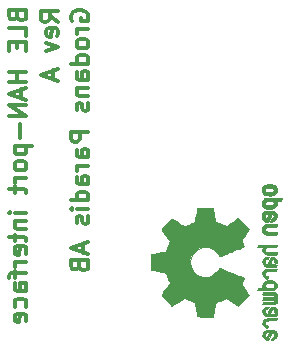
<source format=gbr>
%TF.GenerationSoftware,KiCad,Pcbnew,6.0.8-f2edbf62ab~116~ubuntu22.04.1*%
%TF.CreationDate,2022-10-18T22:53:01+02:00*%
%TF.ProjectId,ble-han-port-if,626c652d-6861-46e2-9d70-6f72742d6966,rev?*%
%TF.SameCoordinates,Original*%
%TF.FileFunction,Legend,Bot*%
%TF.FilePolarity,Positive*%
%FSLAX46Y46*%
G04 Gerber Fmt 4.6, Leading zero omitted, Abs format (unit mm)*
G04 Created by KiCad (PCBNEW 6.0.8-f2edbf62ab~116~ubuntu22.04.1) date 2022-10-18 22:53:01*
%MOMM*%
%LPD*%
G01*
G04 APERTURE LIST*
%ADD10C,0.300000*%
%ADD11C,0.010000*%
G04 APERTURE END LIST*
D10*
X121750000Y-86507142D02*
X121678571Y-86364285D01*
X121678571Y-86150000D01*
X121750000Y-85935714D01*
X121892857Y-85792857D01*
X122035714Y-85721428D01*
X122321428Y-85650000D01*
X122535714Y-85650000D01*
X122821428Y-85721428D01*
X122964285Y-85792857D01*
X123107142Y-85935714D01*
X123178571Y-86150000D01*
X123178571Y-86292857D01*
X123107142Y-86507142D01*
X123035714Y-86578571D01*
X122535714Y-86578571D01*
X122535714Y-86292857D01*
X123178571Y-87221428D02*
X122178571Y-87221428D01*
X122464285Y-87221428D02*
X122321428Y-87292857D01*
X122250000Y-87364285D01*
X122178571Y-87507142D01*
X122178571Y-87650000D01*
X123178571Y-88364285D02*
X123107142Y-88221428D01*
X123035714Y-88150000D01*
X122892857Y-88078571D01*
X122464285Y-88078571D01*
X122321428Y-88150000D01*
X122250000Y-88221428D01*
X122178571Y-88364285D01*
X122178571Y-88578571D01*
X122250000Y-88721428D01*
X122321428Y-88792857D01*
X122464285Y-88864285D01*
X122892857Y-88864285D01*
X123035714Y-88792857D01*
X123107142Y-88721428D01*
X123178571Y-88578571D01*
X123178571Y-88364285D01*
X123178571Y-90150000D02*
X121678571Y-90150000D01*
X123107142Y-90150000D02*
X123178571Y-90007142D01*
X123178571Y-89721428D01*
X123107142Y-89578571D01*
X123035714Y-89507142D01*
X122892857Y-89435714D01*
X122464285Y-89435714D01*
X122321428Y-89507142D01*
X122250000Y-89578571D01*
X122178571Y-89721428D01*
X122178571Y-90007142D01*
X122250000Y-90150000D01*
X123178571Y-91507142D02*
X122392857Y-91507142D01*
X122250000Y-91435714D01*
X122178571Y-91292857D01*
X122178571Y-91007142D01*
X122250000Y-90864285D01*
X123107142Y-91507142D02*
X123178571Y-91364285D01*
X123178571Y-91007142D01*
X123107142Y-90864285D01*
X122964285Y-90792857D01*
X122821428Y-90792857D01*
X122678571Y-90864285D01*
X122607142Y-91007142D01*
X122607142Y-91364285D01*
X122535714Y-91507142D01*
X122178571Y-92221428D02*
X123178571Y-92221428D01*
X122321428Y-92221428D02*
X122250000Y-92292857D01*
X122178571Y-92435714D01*
X122178571Y-92650000D01*
X122250000Y-92792857D01*
X122392857Y-92864285D01*
X123178571Y-92864285D01*
X123107142Y-93507142D02*
X123178571Y-93650000D01*
X123178571Y-93935714D01*
X123107142Y-94078571D01*
X122964285Y-94150000D01*
X122892857Y-94150000D01*
X122750000Y-94078571D01*
X122678571Y-93935714D01*
X122678571Y-93721428D01*
X122607142Y-93578571D01*
X122464285Y-93507142D01*
X122392857Y-93507142D01*
X122250000Y-93578571D01*
X122178571Y-93721428D01*
X122178571Y-93935714D01*
X122250000Y-94078571D01*
X123178571Y-95935714D02*
X121678571Y-95935714D01*
X121678571Y-96507142D01*
X121750000Y-96650000D01*
X121821428Y-96721428D01*
X121964285Y-96792857D01*
X122178571Y-96792857D01*
X122321428Y-96721428D01*
X122392857Y-96650000D01*
X122464285Y-96507142D01*
X122464285Y-95935714D01*
X123178571Y-98078571D02*
X122392857Y-98078571D01*
X122250000Y-98007142D01*
X122178571Y-97864285D01*
X122178571Y-97578571D01*
X122250000Y-97435714D01*
X123107142Y-98078571D02*
X123178571Y-97935714D01*
X123178571Y-97578571D01*
X123107142Y-97435714D01*
X122964285Y-97364285D01*
X122821428Y-97364285D01*
X122678571Y-97435714D01*
X122607142Y-97578571D01*
X122607142Y-97935714D01*
X122535714Y-98078571D01*
X123178571Y-98792857D02*
X122178571Y-98792857D01*
X122464285Y-98792857D02*
X122321428Y-98864285D01*
X122250000Y-98935714D01*
X122178571Y-99078571D01*
X122178571Y-99221428D01*
X123178571Y-100364285D02*
X122392857Y-100364285D01*
X122250000Y-100292857D01*
X122178571Y-100150000D01*
X122178571Y-99864285D01*
X122250000Y-99721428D01*
X123107142Y-100364285D02*
X123178571Y-100221428D01*
X123178571Y-99864285D01*
X123107142Y-99721428D01*
X122964285Y-99650000D01*
X122821428Y-99650000D01*
X122678571Y-99721428D01*
X122607142Y-99864285D01*
X122607142Y-100221428D01*
X122535714Y-100364285D01*
X123178571Y-101721428D02*
X121678571Y-101721428D01*
X123107142Y-101721428D02*
X123178571Y-101578571D01*
X123178571Y-101292857D01*
X123107142Y-101150000D01*
X123035714Y-101078571D01*
X122892857Y-101007142D01*
X122464285Y-101007142D01*
X122321428Y-101078571D01*
X122250000Y-101150000D01*
X122178571Y-101292857D01*
X122178571Y-101578571D01*
X122250000Y-101721428D01*
X123178571Y-102435714D02*
X122178571Y-102435714D01*
X121678571Y-102435714D02*
X121750000Y-102364285D01*
X121821428Y-102435714D01*
X121750000Y-102507142D01*
X121678571Y-102435714D01*
X121821428Y-102435714D01*
X123107142Y-103078571D02*
X123178571Y-103221428D01*
X123178571Y-103507142D01*
X123107142Y-103650000D01*
X122964285Y-103721428D01*
X122892857Y-103721428D01*
X122750000Y-103650000D01*
X122678571Y-103507142D01*
X122678571Y-103292857D01*
X122607142Y-103150000D01*
X122464285Y-103078571D01*
X122392857Y-103078571D01*
X122250000Y-103150000D01*
X122178571Y-103292857D01*
X122178571Y-103507142D01*
X122250000Y-103650000D01*
X122750000Y-105435714D02*
X122750000Y-106150000D01*
X123178571Y-105292857D02*
X121678571Y-105792857D01*
X123178571Y-106292857D01*
X122392857Y-107292857D02*
X122464285Y-107507142D01*
X122535714Y-107578571D01*
X122678571Y-107650000D01*
X122892857Y-107650000D01*
X123035714Y-107578571D01*
X123107142Y-107507142D01*
X123178571Y-107364285D01*
X123178571Y-106792857D01*
X121678571Y-106792857D01*
X121678571Y-107292857D01*
X121750000Y-107435714D01*
X121821428Y-107507142D01*
X121964285Y-107578571D01*
X122107142Y-107578571D01*
X122250000Y-107507142D01*
X122321428Y-107435714D01*
X122392857Y-107292857D01*
X122392857Y-106792857D01*
X120628571Y-86585714D02*
X119914285Y-86085714D01*
X120628571Y-85728571D02*
X119128571Y-85728571D01*
X119128571Y-86300000D01*
X119200000Y-86442857D01*
X119271428Y-86514285D01*
X119414285Y-86585714D01*
X119628571Y-86585714D01*
X119771428Y-86514285D01*
X119842857Y-86442857D01*
X119914285Y-86300000D01*
X119914285Y-85728571D01*
X120557142Y-87800000D02*
X120628571Y-87657142D01*
X120628571Y-87371428D01*
X120557142Y-87228571D01*
X120414285Y-87157142D01*
X119842857Y-87157142D01*
X119700000Y-87228571D01*
X119628571Y-87371428D01*
X119628571Y-87657142D01*
X119700000Y-87800000D01*
X119842857Y-87871428D01*
X119985714Y-87871428D01*
X120128571Y-87157142D01*
X119628571Y-88371428D02*
X120628571Y-88728571D01*
X119628571Y-89085714D01*
X120200000Y-90728571D02*
X120200000Y-91442857D01*
X120628571Y-90585714D02*
X119128571Y-91085714D01*
X120628571Y-91585714D01*
X117142857Y-86121428D02*
X117214285Y-86335714D01*
X117285714Y-86407142D01*
X117428571Y-86478571D01*
X117642857Y-86478571D01*
X117785714Y-86407142D01*
X117857142Y-86335714D01*
X117928571Y-86192857D01*
X117928571Y-85621428D01*
X116428571Y-85621428D01*
X116428571Y-86121428D01*
X116500000Y-86264285D01*
X116571428Y-86335714D01*
X116714285Y-86407142D01*
X116857142Y-86407142D01*
X117000000Y-86335714D01*
X117071428Y-86264285D01*
X117142857Y-86121428D01*
X117142857Y-85621428D01*
X117928571Y-87835714D02*
X117928571Y-87121428D01*
X116428571Y-87121428D01*
X117142857Y-88335714D02*
X117142857Y-88835714D01*
X117928571Y-89050000D02*
X117928571Y-88335714D01*
X116428571Y-88335714D01*
X116428571Y-89050000D01*
X117928571Y-90835714D02*
X116428571Y-90835714D01*
X117142857Y-90835714D02*
X117142857Y-91692857D01*
X117928571Y-91692857D02*
X116428571Y-91692857D01*
X117500000Y-92335714D02*
X117500000Y-93050000D01*
X117928571Y-92192857D02*
X116428571Y-92692857D01*
X117928571Y-93192857D01*
X117928571Y-93692857D02*
X116428571Y-93692857D01*
X117928571Y-94550000D01*
X116428571Y-94550000D01*
X117357142Y-95264285D02*
X117357142Y-96407142D01*
X116928571Y-97121428D02*
X118428571Y-97121428D01*
X117000000Y-97121428D02*
X116928571Y-97264285D01*
X116928571Y-97550000D01*
X117000000Y-97692857D01*
X117071428Y-97764285D01*
X117214285Y-97835714D01*
X117642857Y-97835714D01*
X117785714Y-97764285D01*
X117857142Y-97692857D01*
X117928571Y-97550000D01*
X117928571Y-97264285D01*
X117857142Y-97121428D01*
X117928571Y-98692857D02*
X117857142Y-98550000D01*
X117785714Y-98478571D01*
X117642857Y-98407142D01*
X117214285Y-98407142D01*
X117071428Y-98478571D01*
X117000000Y-98550000D01*
X116928571Y-98692857D01*
X116928571Y-98907142D01*
X117000000Y-99050000D01*
X117071428Y-99121428D01*
X117214285Y-99192857D01*
X117642857Y-99192857D01*
X117785714Y-99121428D01*
X117857142Y-99050000D01*
X117928571Y-98907142D01*
X117928571Y-98692857D01*
X117928571Y-99835714D02*
X116928571Y-99835714D01*
X117214285Y-99835714D02*
X117071428Y-99907142D01*
X117000000Y-99978571D01*
X116928571Y-100121428D01*
X116928571Y-100264285D01*
X116928571Y-100550000D02*
X116928571Y-101121428D01*
X116428571Y-100764285D02*
X117714285Y-100764285D01*
X117857142Y-100835714D01*
X117928571Y-100978571D01*
X117928571Y-101121428D01*
X117928571Y-102764285D02*
X116928571Y-102764285D01*
X116428571Y-102764285D02*
X116500000Y-102692857D01*
X116571428Y-102764285D01*
X116500000Y-102835714D01*
X116428571Y-102764285D01*
X116571428Y-102764285D01*
X116928571Y-103478571D02*
X117928571Y-103478571D01*
X117071428Y-103478571D02*
X117000000Y-103550000D01*
X116928571Y-103692857D01*
X116928571Y-103907142D01*
X117000000Y-104050000D01*
X117142857Y-104121428D01*
X117928571Y-104121428D01*
X116928571Y-104621428D02*
X116928571Y-105192857D01*
X116428571Y-104835714D02*
X117714285Y-104835714D01*
X117857142Y-104907142D01*
X117928571Y-105050000D01*
X117928571Y-105192857D01*
X117857142Y-106264285D02*
X117928571Y-106121428D01*
X117928571Y-105835714D01*
X117857142Y-105692857D01*
X117714285Y-105621428D01*
X117142857Y-105621428D01*
X117000000Y-105692857D01*
X116928571Y-105835714D01*
X116928571Y-106121428D01*
X117000000Y-106264285D01*
X117142857Y-106335714D01*
X117285714Y-106335714D01*
X117428571Y-105621428D01*
X117928571Y-106978571D02*
X116928571Y-106978571D01*
X117214285Y-106978571D02*
X117071428Y-107050000D01*
X117000000Y-107121428D01*
X116928571Y-107264285D01*
X116928571Y-107407142D01*
X116928571Y-107692857D02*
X116928571Y-108264285D01*
X117928571Y-107907142D02*
X116642857Y-107907142D01*
X116500000Y-107978571D01*
X116428571Y-108121428D01*
X116428571Y-108264285D01*
X117928571Y-109407142D02*
X117142857Y-109407142D01*
X117000000Y-109335714D01*
X116928571Y-109192857D01*
X116928571Y-108907142D01*
X117000000Y-108764285D01*
X117857142Y-109407142D02*
X117928571Y-109264285D01*
X117928571Y-108907142D01*
X117857142Y-108764285D01*
X117714285Y-108692857D01*
X117571428Y-108692857D01*
X117428571Y-108764285D01*
X117357142Y-108907142D01*
X117357142Y-109264285D01*
X117285714Y-109407142D01*
X117857142Y-110764285D02*
X117928571Y-110621428D01*
X117928571Y-110335714D01*
X117857142Y-110192857D01*
X117785714Y-110121428D01*
X117642857Y-110050000D01*
X117214285Y-110050000D01*
X117071428Y-110121428D01*
X117000000Y-110192857D01*
X116928571Y-110335714D01*
X116928571Y-110621428D01*
X117000000Y-110764285D01*
X117857142Y-111978571D02*
X117928571Y-111835714D01*
X117928571Y-111550000D01*
X117857142Y-111407142D01*
X117714285Y-111335714D01*
X117142857Y-111335714D01*
X117000000Y-111407142D01*
X116928571Y-111550000D01*
X116928571Y-111835714D01*
X117000000Y-111978571D01*
X117142857Y-112050000D01*
X117285714Y-112050000D01*
X117428571Y-111335714D01*
%TO.C,REF\u002A\u002A*%
G36*
X139138344Y-103811617D02*
G01*
X139111520Y-103881932D01*
X139085706Y-103934576D01*
X139052431Y-103968940D01*
X139001510Y-103988907D01*
X138922761Y-103998361D01*
X138805999Y-104001186D01*
X138641042Y-104001264D01*
X138509558Y-104001664D01*
X138383394Y-104004049D01*
X138297223Y-104009741D01*
X138240672Y-104020039D01*
X138203370Y-104036245D01*
X138174943Y-104059655D01*
X138134827Y-104117207D01*
X138119706Y-104213888D01*
X138157917Y-104309535D01*
X138162810Y-104315848D01*
X138185413Y-104335523D01*
X138221664Y-104350037D01*
X138280511Y-104360606D01*
X138370901Y-104368445D01*
X138501779Y-104374773D01*
X138682095Y-104380805D01*
X139164907Y-104395402D01*
X139109283Y-104519483D01*
X139053659Y-104643563D01*
X138612851Y-104643563D01*
X138493098Y-104643049D01*
X138326506Y-104638620D01*
X138202468Y-104627406D01*
X138110987Y-104606728D01*
X138042066Y-104573907D01*
X137985707Y-104526264D01*
X137931914Y-104461123D01*
X137877719Y-104367429D01*
X137842339Y-104219825D01*
X137857689Y-104071513D01*
X137921770Y-103935152D01*
X138032584Y-103823402D01*
X138067273Y-103800239D01*
X138106590Y-103781027D01*
X138156145Y-103767402D01*
X138225568Y-103758123D01*
X138324490Y-103751950D01*
X138462539Y-103747643D01*
X138649346Y-103743962D01*
X139167542Y-103734820D01*
X139138344Y-103811617D01*
G37*
D11*
X139138344Y-103811617D02*
X139111520Y-103881932D01*
X139085706Y-103934576D01*
X139052431Y-103968940D01*
X139001510Y-103988907D01*
X138922761Y-103998361D01*
X138805999Y-104001186D01*
X138641042Y-104001264D01*
X138509558Y-104001664D01*
X138383394Y-104004049D01*
X138297223Y-104009741D01*
X138240672Y-104020039D01*
X138203370Y-104036245D01*
X138174943Y-104059655D01*
X138134827Y-104117207D01*
X138119706Y-104213888D01*
X138157917Y-104309535D01*
X138162810Y-104315848D01*
X138185413Y-104335523D01*
X138221664Y-104350037D01*
X138280511Y-104360606D01*
X138370901Y-104368445D01*
X138501779Y-104374773D01*
X138682095Y-104380805D01*
X139164907Y-104395402D01*
X139109283Y-104519483D01*
X139053659Y-104643563D01*
X138612851Y-104643563D01*
X138493098Y-104643049D01*
X138326506Y-104638620D01*
X138202468Y-104627406D01*
X138110987Y-104606728D01*
X138042066Y-104573907D01*
X137985707Y-104526264D01*
X137931914Y-104461123D01*
X137877719Y-104367429D01*
X137842339Y-104219825D01*
X137857689Y-104071513D01*
X137921770Y-103935152D01*
X138032584Y-103823402D01*
X138067273Y-103800239D01*
X138106590Y-103781027D01*
X138156145Y-103767402D01*
X138225568Y-103758123D01*
X138324490Y-103751950D01*
X138462539Y-103747643D01*
X138649346Y-103743962D01*
X139167542Y-103734820D01*
X139138344Y-103811617D01*
G36*
X138853736Y-101496332D02*
G01*
X138918785Y-101495529D01*
X139136260Y-101492960D01*
X139302672Y-101492444D01*
X139423846Y-101495563D01*
X139505607Y-101503900D01*
X139553781Y-101519038D01*
X139574194Y-101542559D01*
X139572672Y-101576044D01*
X139555039Y-101621077D01*
X139527121Y-101679239D01*
X139521164Y-101691668D01*
X139492006Y-101743422D01*
X139457314Y-101770450D01*
X139399470Y-101780793D01*
X139300857Y-101782491D01*
X139123793Y-101782567D01*
X139123793Y-101964962D01*
X139118880Y-102077160D01*
X139098953Y-102165380D01*
X139058678Y-102238642D01*
X139054741Y-102244104D01*
X138988243Y-102318442D01*
X138907908Y-102370177D01*
X138802758Y-102402804D01*
X138661815Y-102419818D01*
X138474101Y-102424713D01*
X138337122Y-102423629D01*
X138233364Y-102418693D01*
X138161412Y-102407728D01*
X138107500Y-102388562D01*
X138057864Y-102359023D01*
X138019931Y-102331908D01*
X137917522Y-102233450D01*
X137861903Y-102121900D01*
X137844297Y-101981754D01*
X137845525Y-101970528D01*
X138116552Y-101970528D01*
X138119729Y-102005044D01*
X138151254Y-102064765D01*
X138221505Y-102104248D01*
X138336583Y-102126058D01*
X138502588Y-102132759D01*
X138529276Y-102132709D01*
X138649738Y-102129936D01*
X138728484Y-102121033D01*
X138779618Y-102103383D01*
X138817241Y-102074368D01*
X138819038Y-102072560D01*
X138867720Y-102001247D01*
X138862921Y-101932135D01*
X138803971Y-101854075D01*
X138783823Y-101834981D01*
X138742515Y-101806858D01*
X138688787Y-101791000D01*
X138607326Y-101783991D01*
X138482821Y-101782414D01*
X138407445Y-101783780D01*
X138270362Y-101798598D01*
X138180548Y-101832421D01*
X138131460Y-101888611D01*
X138116552Y-101970528D01*
X137845525Y-101970528D01*
X137861847Y-101821365D01*
X137924797Y-101682712D01*
X138035824Y-101573049D01*
X138047578Y-101564782D01*
X138078813Y-101545501D01*
X138114507Y-101530731D01*
X138162364Y-101519746D01*
X138230087Y-101511826D01*
X138325382Y-101506247D01*
X138455952Y-101502287D01*
X138482821Y-101501812D01*
X138629502Y-101499222D01*
X138853736Y-101496332D01*
G37*
X138853736Y-101496332D02*
X138918785Y-101495529D01*
X139136260Y-101492960D01*
X139302672Y-101492444D01*
X139423846Y-101495563D01*
X139505607Y-101503900D01*
X139553781Y-101519038D01*
X139574194Y-101542559D01*
X139572672Y-101576044D01*
X139555039Y-101621077D01*
X139527121Y-101679239D01*
X139521164Y-101691668D01*
X139492006Y-101743422D01*
X139457314Y-101770450D01*
X139399470Y-101780793D01*
X139300857Y-101782491D01*
X139123793Y-101782567D01*
X139123793Y-101964962D01*
X139118880Y-102077160D01*
X139098953Y-102165380D01*
X139058678Y-102238642D01*
X139054741Y-102244104D01*
X138988243Y-102318442D01*
X138907908Y-102370177D01*
X138802758Y-102402804D01*
X138661815Y-102419818D01*
X138474101Y-102424713D01*
X138337122Y-102423629D01*
X138233364Y-102418693D01*
X138161412Y-102407728D01*
X138107500Y-102388562D01*
X138057864Y-102359023D01*
X138019931Y-102331908D01*
X137917522Y-102233450D01*
X137861903Y-102121900D01*
X137844297Y-101981754D01*
X137845525Y-101970528D01*
X138116552Y-101970528D01*
X138119729Y-102005044D01*
X138151254Y-102064765D01*
X138221505Y-102104248D01*
X138336583Y-102126058D01*
X138502588Y-102132759D01*
X138529276Y-102132709D01*
X138649738Y-102129936D01*
X138728484Y-102121033D01*
X138779618Y-102103383D01*
X138817241Y-102074368D01*
X138819038Y-102072560D01*
X138867720Y-102001247D01*
X138862921Y-101932135D01*
X138803971Y-101854075D01*
X138783823Y-101834981D01*
X138742515Y-101806858D01*
X138688787Y-101791000D01*
X138607326Y-101783991D01*
X138482821Y-101782414D01*
X138407445Y-101783780D01*
X138270362Y-101798598D01*
X138180548Y-101832421D01*
X138131460Y-101888611D01*
X138116552Y-101970528D01*
X137845525Y-101970528D01*
X137861847Y-101821365D01*
X137924797Y-101682712D01*
X138035824Y-101573049D01*
X138047578Y-101564782D01*
X138078813Y-101545501D01*
X138114507Y-101530731D01*
X138162364Y-101519746D01*
X138230087Y-101511826D01*
X138325382Y-101506247D01*
X138455952Y-101502287D01*
X138482821Y-101501812D01*
X138629502Y-101499222D01*
X138853736Y-101496332D01*
G36*
X138639135Y-108499781D02*
G01*
X138794320Y-108516261D01*
X138910612Y-108552117D01*
X138999411Y-108611545D01*
X139072119Y-108698743D01*
X139114150Y-108781805D01*
X139137538Y-108921291D01*
X139111965Y-109060588D01*
X139040694Y-109186490D01*
X138926991Y-109285790D01*
X138906024Y-109297781D01*
X138869291Y-109313616D01*
X138822415Y-109325362D01*
X138757355Y-109333622D01*
X138666070Y-109339002D01*
X138540519Y-109342108D01*
X138372661Y-109343543D01*
X138154455Y-109343914D01*
X137477072Y-109344023D01*
X137516819Y-109249138D01*
X137527699Y-109224051D01*
X137552268Y-109184119D01*
X137589475Y-109161261D01*
X137654541Y-109148699D01*
X137762687Y-109139655D01*
X137859788Y-109131395D01*
X137923535Y-109120477D01*
X137947323Y-109104835D01*
X137940943Y-109081264D01*
X137918525Y-109021199D01*
X137912967Y-108913855D01*
X137918063Y-108885508D01*
X138121235Y-108885508D01*
X138127985Y-108987563D01*
X138184123Y-109076175D01*
X138206382Y-109095251D01*
X138248293Y-109118514D01*
X138306822Y-109131964D01*
X138395880Y-109138159D01*
X138529379Y-109139655D01*
X138635644Y-109138965D01*
X138731762Y-109134600D01*
X138793811Y-109123808D01*
X138835502Y-109103874D01*
X138870543Y-109072084D01*
X138877279Y-109064636D01*
X138926992Y-108968940D01*
X138921905Y-108867688D01*
X138862362Y-108773386D01*
X138831514Y-108745306D01*
X138790618Y-108721804D01*
X138734080Y-108708678D01*
X138647657Y-108702970D01*
X138517106Y-108701724D01*
X138417487Y-108702339D01*
X138320251Y-108706593D01*
X138257502Y-108717318D01*
X138215382Y-108737293D01*
X138180032Y-108769296D01*
X138164114Y-108788095D01*
X138121235Y-108885508D01*
X137918063Y-108885508D01*
X137933728Y-108798376D01*
X137978455Y-108698743D01*
X138019856Y-108643928D01*
X138100632Y-108573548D01*
X138204195Y-108528472D01*
X138341947Y-108504504D01*
X138517106Y-108497761D01*
X138525287Y-108497447D01*
X138639135Y-108499781D01*
G37*
X138639135Y-108499781D02*
X138794320Y-108516261D01*
X138910612Y-108552117D01*
X138999411Y-108611545D01*
X139072119Y-108698743D01*
X139114150Y-108781805D01*
X139137538Y-108921291D01*
X139111965Y-109060588D01*
X139040694Y-109186490D01*
X138926991Y-109285790D01*
X138906024Y-109297781D01*
X138869291Y-109313616D01*
X138822415Y-109325362D01*
X138757355Y-109333622D01*
X138666070Y-109339002D01*
X138540519Y-109342108D01*
X138372661Y-109343543D01*
X138154455Y-109343914D01*
X137477072Y-109344023D01*
X137516819Y-109249138D01*
X137527699Y-109224051D01*
X137552268Y-109184119D01*
X137589475Y-109161261D01*
X137654541Y-109148699D01*
X137762687Y-109139655D01*
X137859788Y-109131395D01*
X137923535Y-109120477D01*
X137947323Y-109104835D01*
X137940943Y-109081264D01*
X137918525Y-109021199D01*
X137912967Y-108913855D01*
X137918063Y-108885508D01*
X138121235Y-108885508D01*
X138127985Y-108987563D01*
X138184123Y-109076175D01*
X138206382Y-109095251D01*
X138248293Y-109118514D01*
X138306822Y-109131964D01*
X138395880Y-109138159D01*
X138529379Y-109139655D01*
X138635644Y-109138965D01*
X138731762Y-109134600D01*
X138793811Y-109123808D01*
X138835502Y-109103874D01*
X138870543Y-109072084D01*
X138877279Y-109064636D01*
X138926992Y-108968940D01*
X138921905Y-108867688D01*
X138862362Y-108773386D01*
X138831514Y-108745306D01*
X138790618Y-108721804D01*
X138734080Y-108708678D01*
X138647657Y-108702970D01*
X138517106Y-108701724D01*
X138417487Y-108702339D01*
X138320251Y-108706593D01*
X138257502Y-108717318D01*
X138215382Y-108737293D01*
X138180032Y-108769296D01*
X138164114Y-108788095D01*
X138121235Y-108885508D01*
X137918063Y-108885508D01*
X137933728Y-108798376D01*
X137978455Y-108698743D01*
X138019856Y-108643928D01*
X138100632Y-108573548D01*
X138204195Y-108528472D01*
X138341947Y-108504504D01*
X138517106Y-108497761D01*
X138525287Y-108497447D01*
X138639135Y-108499781D01*
G36*
X139051117Y-109611585D02*
G01*
X139071835Y-109632690D01*
X139117885Y-109691153D01*
X139132801Y-109750114D01*
X139125934Y-109837850D01*
X139121494Y-109873571D01*
X139112102Y-109965699D01*
X139108361Y-110030115D01*
X139108933Y-110049222D01*
X139115126Y-110127610D01*
X139125934Y-110222380D01*
X139129647Y-110252702D01*
X139131107Y-110329089D01*
X139108047Y-110384978D01*
X139051117Y-110448645D01*
X138958727Y-110541035D01*
X138435455Y-110541035D01*
X138280821Y-110540315D01*
X138133391Y-110538071D01*
X138016653Y-110534579D01*
X137939840Y-110530124D01*
X137912184Y-110524987D01*
X137912258Y-110523910D01*
X137926019Y-110486593D01*
X137956344Y-110423543D01*
X138000505Y-110338146D01*
X138459965Y-110330107D01*
X138919425Y-110322069D01*
X138919425Y-110146897D01*
X138415805Y-110138908D01*
X138278904Y-110136376D01*
X138132579Y-110132751D01*
X138016411Y-110128823D01*
X137939809Y-110124920D01*
X137912184Y-110121368D01*
X137912281Y-110120347D01*
X137922443Y-110084949D01*
X137944235Y-110019874D01*
X137976287Y-109927931D01*
X138418661Y-109927484D01*
X138495507Y-109927036D01*
X138644834Y-109923931D01*
X138769544Y-109918378D01*
X138858379Y-109910967D01*
X138900083Y-109902286D01*
X138922389Y-109871229D01*
X138929278Y-109807848D01*
X138919425Y-109738161D01*
X138415805Y-109730173D01*
X138287828Y-109727314D01*
X138136348Y-109721386D01*
X138017530Y-109713635D01*
X137939950Y-109704657D01*
X137912184Y-109695052D01*
X137920970Y-109657590D01*
X137946066Y-109593558D01*
X137979947Y-109519195D01*
X138958727Y-109519195D01*
X139051117Y-109611585D01*
G37*
X139051117Y-109611585D02*
X139071835Y-109632690D01*
X139117885Y-109691153D01*
X139132801Y-109750114D01*
X139125934Y-109837850D01*
X139121494Y-109873571D01*
X139112102Y-109965699D01*
X139108361Y-110030115D01*
X139108933Y-110049222D01*
X139115126Y-110127610D01*
X139125934Y-110222380D01*
X139129647Y-110252702D01*
X139131107Y-110329089D01*
X139108047Y-110384978D01*
X139051117Y-110448645D01*
X138958727Y-110541035D01*
X138435455Y-110541035D01*
X138280821Y-110540315D01*
X138133391Y-110538071D01*
X138016653Y-110534579D01*
X137939840Y-110530124D01*
X137912184Y-110524987D01*
X137912258Y-110523910D01*
X137926019Y-110486593D01*
X137956344Y-110423543D01*
X138000505Y-110338146D01*
X138459965Y-110330107D01*
X138919425Y-110322069D01*
X138919425Y-110146897D01*
X138415805Y-110138908D01*
X138278904Y-110136376D01*
X138132579Y-110132751D01*
X138016411Y-110128823D01*
X137939809Y-110124920D01*
X137912184Y-110121368D01*
X137912281Y-110120347D01*
X137922443Y-110084949D01*
X137944235Y-110019874D01*
X137976287Y-109927931D01*
X138418661Y-109927484D01*
X138495507Y-109927036D01*
X138644834Y-109923931D01*
X138769544Y-109918378D01*
X138858379Y-109910967D01*
X138900083Y-109902286D01*
X138922389Y-109871229D01*
X138929278Y-109807848D01*
X138919425Y-109738161D01*
X138415805Y-109730173D01*
X138287828Y-109727314D01*
X138136348Y-109721386D01*
X138017530Y-109713635D01*
X137939950Y-109704657D01*
X137912184Y-109695052D01*
X137920970Y-109657590D01*
X137946066Y-109593558D01*
X137979947Y-109519195D01*
X138958727Y-109519195D01*
X139051117Y-109611585D01*
G36*
X138775341Y-111709191D02*
G01*
X138919541Y-111710899D01*
X139034620Y-111713799D01*
X139110822Y-111717616D01*
X139138391Y-111722075D01*
X139129272Y-111751091D01*
X139104509Y-111809661D01*
X139103707Y-111811419D01*
X139087785Y-111841833D01*
X139065938Y-111862288D01*
X139027672Y-111874760D01*
X138962495Y-111881223D01*
X138859913Y-111883652D01*
X138709433Y-111884023D01*
X138613974Y-111884771D01*
X138434571Y-111892744D01*
X138303163Y-111911002D01*
X138212859Y-111941474D01*
X138156767Y-111986088D01*
X138127994Y-112046774D01*
X138125989Y-112055193D01*
X138124423Y-112168861D01*
X138175348Y-112257508D01*
X138277445Y-112318735D01*
X138306961Y-112329654D01*
X138372283Y-112354542D01*
X138402300Y-112367146D01*
X138398164Y-112393031D01*
X138375717Y-112449561D01*
X138338647Y-112502285D01*
X138268587Y-112526322D01*
X138218406Y-112519153D01*
X138116618Y-112475103D01*
X138021235Y-112403877D01*
X137955269Y-112320585D01*
X137940018Y-112285690D01*
X137914521Y-112153557D01*
X137924619Y-112013275D01*
X137969393Y-111892739D01*
X138003034Y-111842612D01*
X138051236Y-111791848D01*
X138112551Y-111755638D01*
X138196024Y-111731607D01*
X138310697Y-111717382D01*
X138465613Y-111710588D01*
X138669814Y-111708851D01*
X138775341Y-111709191D01*
G37*
X138775341Y-111709191D02*
X138919541Y-111710899D01*
X139034620Y-111713799D01*
X139110822Y-111717616D01*
X139138391Y-111722075D01*
X139129272Y-111751091D01*
X139104509Y-111809661D01*
X139103707Y-111811419D01*
X139087785Y-111841833D01*
X139065938Y-111862288D01*
X139027672Y-111874760D01*
X138962495Y-111881223D01*
X138859913Y-111883652D01*
X138709433Y-111884023D01*
X138613974Y-111884771D01*
X138434571Y-111892744D01*
X138303163Y-111911002D01*
X138212859Y-111941474D01*
X138156767Y-111986088D01*
X138127994Y-112046774D01*
X138125989Y-112055193D01*
X138124423Y-112168861D01*
X138175348Y-112257508D01*
X138277445Y-112318735D01*
X138306961Y-112329654D01*
X138372283Y-112354542D01*
X138402300Y-112367146D01*
X138398164Y-112393031D01*
X138375717Y-112449561D01*
X138338647Y-112502285D01*
X138268587Y-112526322D01*
X138218406Y-112519153D01*
X138116618Y-112475103D01*
X138021235Y-112403877D01*
X137955269Y-112320585D01*
X137940018Y-112285690D01*
X137914521Y-112153557D01*
X137924619Y-112013275D01*
X137969393Y-111892739D01*
X138003034Y-111842612D01*
X138051236Y-111791848D01*
X138112551Y-111755638D01*
X138196024Y-111731607D01*
X138310697Y-111717382D01*
X138465613Y-111710588D01*
X138669814Y-111708851D01*
X138775341Y-111709191D01*
G36*
X133734160Y-102490402D02*
G01*
X133737785Y-102508943D01*
X133756569Y-102607404D01*
X133782093Y-102743552D01*
X133811468Y-102901913D01*
X133841806Y-103067012D01*
X133854009Y-103132027D01*
X133883697Y-103277303D01*
X133911770Y-103398374D01*
X133935536Y-103484114D01*
X133952301Y-103523399D01*
X133979694Y-103541201D01*
X134052174Y-103573611D01*
X134145977Y-103606766D01*
X134181103Y-103618436D01*
X134296409Y-103661396D01*
X134432876Y-103716808D01*
X134567954Y-103775647D01*
X134638509Y-103807116D01*
X134743895Y-103851949D01*
X134822818Y-103882760D01*
X134862053Y-103894215D01*
X134865014Y-103893578D01*
X134906639Y-103871850D01*
X134986969Y-103822854D01*
X135098220Y-103751562D01*
X135232605Y-103662946D01*
X135382340Y-103561977D01*
X135869931Y-103229739D01*
X136307149Y-103666229D01*
X136349221Y-103708445D01*
X136475153Y-103837530D01*
X136583754Y-103952893D01*
X136668903Y-104047776D01*
X136724482Y-104115418D01*
X136744368Y-104149062D01*
X136729238Y-104185598D01*
X136685801Y-104262110D01*
X136619270Y-104369804D01*
X136534867Y-104500233D01*
X136437816Y-104644948D01*
X136341964Y-104787090D01*
X136257557Y-104915322D01*
X136190850Y-105019946D01*
X136147024Y-105092829D01*
X136131264Y-105125842D01*
X136131408Y-105127777D01*
X136146945Y-105171631D01*
X136183121Y-105249402D01*
X136232785Y-105345608D01*
X136233329Y-105346619D01*
X136297326Y-105474395D01*
X136328591Y-105561949D01*
X136328677Y-105616274D01*
X136299138Y-105644359D01*
X136270061Y-105656248D01*
X136192188Y-105688332D01*
X136072475Y-105737753D01*
X135917286Y-105801882D01*
X135732984Y-105878089D01*
X135525933Y-105963745D01*
X135302496Y-106056219D01*
X135099226Y-106140038D01*
X134890649Y-106225322D01*
X134704263Y-106300778D01*
X134546407Y-106363874D01*
X134423419Y-106412077D01*
X134341639Y-106442856D01*
X134307406Y-106453678D01*
X134276015Y-106433009D01*
X134223602Y-106375591D01*
X134162704Y-106294312D01*
X134003387Y-106099180D01*
X133799807Y-105924555D01*
X133575808Y-105796765D01*
X133338003Y-105716598D01*
X133093007Y-105684840D01*
X132847433Y-105702278D01*
X132607895Y-105769699D01*
X132381007Y-105887889D01*
X132173383Y-106057636D01*
X132092527Y-106146144D01*
X131949559Y-106358196D01*
X131856352Y-106585095D01*
X131810687Y-106820209D01*
X131810344Y-107056906D01*
X131853105Y-107288554D01*
X131936750Y-107508522D01*
X132059061Y-107710178D01*
X132217817Y-107886889D01*
X132410801Y-108032023D01*
X132635793Y-108138950D01*
X132890575Y-108201036D01*
X133013377Y-108212431D01*
X133279434Y-108196754D01*
X133531856Y-108126154D01*
X133766182Y-108002718D01*
X133977952Y-107828534D01*
X134162704Y-107605689D01*
X134221123Y-107527439D01*
X134274110Y-107468756D01*
X134307356Y-107446322D01*
X134336339Y-107455268D01*
X134413996Y-107484297D01*
X134533451Y-107530974D01*
X134688362Y-107592769D01*
X134872392Y-107667150D01*
X135079200Y-107751588D01*
X135302446Y-107843551D01*
X135504742Y-107927229D01*
X135713686Y-108013634D01*
X135900498Y-108090862D01*
X136058814Y-108156284D01*
X136182269Y-108207269D01*
X136264498Y-108241188D01*
X136299138Y-108255410D01*
X136299548Y-108255575D01*
X136328798Y-108284028D01*
X136328463Y-108338618D01*
X136296980Y-108426391D01*
X136232785Y-108554392D01*
X136227380Y-108564468D01*
X136178750Y-108659519D01*
X136144328Y-108734576D01*
X136131264Y-108774158D01*
X136146702Y-108806600D01*
X136190258Y-108879105D01*
X136256751Y-108983435D01*
X136340998Y-109111461D01*
X136437816Y-109255052D01*
X136532734Y-109396532D01*
X136617490Y-109527389D01*
X136684496Y-109635708D01*
X136728529Y-109713040D01*
X136744368Y-109750938D01*
X136742357Y-109757393D01*
X136710658Y-109802391D01*
X136645181Y-109879273D01*
X136552048Y-109981279D01*
X136437381Y-110101649D01*
X136307300Y-110233621D01*
X135870232Y-110669961D01*
X134870440Y-109990267D01*
X134646886Y-110093598D01*
X134646225Y-110093904D01*
X134503714Y-110155954D01*
X134345018Y-110219360D01*
X134204368Y-110270442D01*
X134181683Y-110278173D01*
X134076370Y-110317148D01*
X133994534Y-110352293D01*
X133952301Y-110376805D01*
X133946337Y-110386788D01*
X133926329Y-110446714D01*
X133900442Y-110548468D01*
X133871370Y-110680932D01*
X133841806Y-110832989D01*
X133833467Y-110878534D01*
X133803107Y-111043315D01*
X133774509Y-111197070D01*
X133750564Y-111324322D01*
X133734160Y-111409598D01*
X133703906Y-111562874D01*
X133065645Y-111562874D01*
X132987165Y-111562840D01*
X132795703Y-111562192D01*
X132652812Y-111560280D01*
X132551189Y-111556531D01*
X132483531Y-111550378D01*
X132442536Y-111541249D01*
X132420900Y-111528573D01*
X132411320Y-111511782D01*
X132407439Y-111495526D01*
X132393710Y-111429252D01*
X132372745Y-111323521D01*
X132346588Y-111189085D01*
X132317283Y-111036698D01*
X132286877Y-110877110D01*
X132257413Y-110721075D01*
X132230937Y-110579343D01*
X132209494Y-110462669D01*
X132195128Y-110381803D01*
X132189885Y-110347497D01*
X132186720Y-110345178D01*
X132145642Y-110326526D01*
X132067044Y-110294247D01*
X131963621Y-110253609D01*
X131824273Y-110197212D01*
X131663226Y-110127786D01*
X131521291Y-110062712D01*
X131489432Y-110047798D01*
X131389669Y-110005953D01*
X131312721Y-109980882D01*
X131273130Y-109977574D01*
X131270325Y-109979280D01*
X131229005Y-110006369D01*
X131148740Y-110060073D01*
X131037350Y-110135123D01*
X130902655Y-110226254D01*
X130752476Y-110328200D01*
X130581851Y-110443070D01*
X130449311Y-110529239D01*
X130352112Y-110587869D01*
X130284234Y-110622350D01*
X130239656Y-110636074D01*
X130212361Y-110632432D01*
X130210313Y-110631206D01*
X130170536Y-110598253D01*
X130098052Y-110531073D01*
X130000046Y-110436581D01*
X129883702Y-110321694D01*
X129756205Y-110193328D01*
X129626821Y-110060169D01*
X129505209Y-109929731D01*
X129423156Y-109833881D01*
X129378560Y-109770134D01*
X129369317Y-109736004D01*
X129371393Y-109731544D01*
X129399385Y-109684579D01*
X129454084Y-109599315D01*
X129530237Y-109483741D01*
X129622592Y-109345846D01*
X129725897Y-109193619D01*
X130064765Y-108697390D01*
X129963056Y-108473293D01*
X129960109Y-108466781D01*
X129900504Y-108329196D01*
X129841222Y-108183233D01*
X129794685Y-108059425D01*
X129794493Y-108058878D01*
X129758497Y-107960586D01*
X129728095Y-107884919D01*
X129709852Y-107848220D01*
X129709190Y-107847626D01*
X129671831Y-107835167D01*
X129586871Y-107814664D01*
X129463469Y-107788093D01*
X129310782Y-107757433D01*
X129137967Y-107724664D01*
X129131774Y-107723522D01*
X128955431Y-107690807D01*
X128795743Y-107660845D01*
X128662905Y-107635575D01*
X128567113Y-107616935D01*
X128518563Y-107606865D01*
X128515873Y-107606221D01*
X128495088Y-107599592D01*
X128479466Y-107586159D01*
X128468270Y-107558554D01*
X128460762Y-107509407D01*
X128456205Y-107431347D01*
X128453863Y-107317006D01*
X128452998Y-107159014D01*
X128452874Y-106950000D01*
X128452874Y-106923738D01*
X128453045Y-106720825D01*
X128454039Y-106568105D01*
X128456593Y-106458208D01*
X128461445Y-106383765D01*
X128469331Y-106337406D01*
X128480988Y-106311761D01*
X128497153Y-106299461D01*
X128518563Y-106293135D01*
X128519332Y-106292953D01*
X128569663Y-106282559D01*
X128666888Y-106263661D01*
X128800810Y-106238198D01*
X128961235Y-106208110D01*
X129137967Y-106175336D01*
X129152428Y-106172663D01*
X129323959Y-106139990D01*
X129474625Y-106109587D01*
X129595267Y-106083432D01*
X129676729Y-106063504D01*
X129709852Y-106051780D01*
X129709905Y-106051718D01*
X129728229Y-106014771D01*
X129758677Y-105938943D01*
X129794685Y-105840575D01*
X129796640Y-105835035D01*
X129844170Y-105709276D01*
X129903783Y-105562989D01*
X129963056Y-105426707D01*
X130064765Y-105202610D01*
X129725897Y-104706382D01*
X129702063Y-104671430D01*
X129600755Y-104521720D01*
X129511575Y-104388133D01*
X129439773Y-104278657D01*
X129390603Y-104201282D01*
X129369317Y-104163996D01*
X129374196Y-104138448D01*
X129412002Y-104080445D01*
X129486870Y-103990805D01*
X129600903Y-103867043D01*
X129756205Y-103706672D01*
X129770341Y-103692321D01*
X129896999Y-103565067D01*
X130011745Y-103452031D01*
X130107391Y-103360133D01*
X130176746Y-103296293D01*
X130212620Y-103267430D01*
X130212794Y-103267336D01*
X130240106Y-103263669D01*
X130284408Y-103277192D01*
X130351761Y-103311316D01*
X130448226Y-103369452D01*
X130579863Y-103455012D01*
X130752734Y-103571406D01*
X130781912Y-103591241D01*
X130929726Y-103691555D01*
X131060577Y-103780077D01*
X131166643Y-103851535D01*
X131240102Y-103900657D01*
X131273130Y-103922169D01*
X131280126Y-103923792D01*
X131332326Y-103913613D01*
X131417561Y-103883121D01*
X131521291Y-103837288D01*
X131656951Y-103775000D01*
X131817921Y-103705452D01*
X131963621Y-103646391D01*
X132001333Y-103631748D01*
X132097622Y-103593400D01*
X132164704Y-103565230D01*
X132189885Y-103552503D01*
X132191767Y-103538455D01*
X132202651Y-103475319D01*
X132221449Y-103371981D01*
X132246115Y-103239191D01*
X132274604Y-103087703D01*
X132304873Y-102928268D01*
X132334875Y-102771639D01*
X132362566Y-102628567D01*
X132385900Y-102509805D01*
X132402833Y-102426104D01*
X132411320Y-102388218D01*
X132413713Y-102381937D01*
X132426619Y-102366627D01*
X132454096Y-102355237D01*
X132503446Y-102347197D01*
X132581973Y-102341936D01*
X132696980Y-102338884D01*
X132855770Y-102337471D01*
X133065645Y-102337127D01*
X133703906Y-102337127D01*
X133734160Y-102490402D01*
G37*
X133734160Y-102490402D02*
X133737785Y-102508943D01*
X133756569Y-102607404D01*
X133782093Y-102743552D01*
X133811468Y-102901913D01*
X133841806Y-103067012D01*
X133854009Y-103132027D01*
X133883697Y-103277303D01*
X133911770Y-103398374D01*
X133935536Y-103484114D01*
X133952301Y-103523399D01*
X133979694Y-103541201D01*
X134052174Y-103573611D01*
X134145977Y-103606766D01*
X134181103Y-103618436D01*
X134296409Y-103661396D01*
X134432876Y-103716808D01*
X134567954Y-103775647D01*
X134638509Y-103807116D01*
X134743895Y-103851949D01*
X134822818Y-103882760D01*
X134862053Y-103894215D01*
X134865014Y-103893578D01*
X134906639Y-103871850D01*
X134986969Y-103822854D01*
X135098220Y-103751562D01*
X135232605Y-103662946D01*
X135382340Y-103561977D01*
X135869931Y-103229739D01*
X136307149Y-103666229D01*
X136349221Y-103708445D01*
X136475153Y-103837530D01*
X136583754Y-103952893D01*
X136668903Y-104047776D01*
X136724482Y-104115418D01*
X136744368Y-104149062D01*
X136729238Y-104185598D01*
X136685801Y-104262110D01*
X136619270Y-104369804D01*
X136534867Y-104500233D01*
X136437816Y-104644948D01*
X136341964Y-104787090D01*
X136257557Y-104915322D01*
X136190850Y-105019946D01*
X136147024Y-105092829D01*
X136131264Y-105125842D01*
X136131408Y-105127777D01*
X136146945Y-105171631D01*
X136183121Y-105249402D01*
X136232785Y-105345608D01*
X136233329Y-105346619D01*
X136297326Y-105474395D01*
X136328591Y-105561949D01*
X136328677Y-105616274D01*
X136299138Y-105644359D01*
X136270061Y-105656248D01*
X136192188Y-105688332D01*
X136072475Y-105737753D01*
X135917286Y-105801882D01*
X135732984Y-105878089D01*
X135525933Y-105963745D01*
X135302496Y-106056219D01*
X135099226Y-106140038D01*
X134890649Y-106225322D01*
X134704263Y-106300778D01*
X134546407Y-106363874D01*
X134423419Y-106412077D01*
X134341639Y-106442856D01*
X134307406Y-106453678D01*
X134276015Y-106433009D01*
X134223602Y-106375591D01*
X134162704Y-106294312D01*
X134003387Y-106099180D01*
X133799807Y-105924555D01*
X133575808Y-105796765D01*
X133338003Y-105716598D01*
X133093007Y-105684840D01*
X132847433Y-105702278D01*
X132607895Y-105769699D01*
X132381007Y-105887889D01*
X132173383Y-106057636D01*
X132092527Y-106146144D01*
X131949559Y-106358196D01*
X131856352Y-106585095D01*
X131810687Y-106820209D01*
X131810344Y-107056906D01*
X131853105Y-107288554D01*
X131936750Y-107508522D01*
X132059061Y-107710178D01*
X132217817Y-107886889D01*
X132410801Y-108032023D01*
X132635793Y-108138950D01*
X132890575Y-108201036D01*
X133013377Y-108212431D01*
X133279434Y-108196754D01*
X133531856Y-108126154D01*
X133766182Y-108002718D01*
X133977952Y-107828534D01*
X134162704Y-107605689D01*
X134221123Y-107527439D01*
X134274110Y-107468756D01*
X134307356Y-107446322D01*
X134336339Y-107455268D01*
X134413996Y-107484297D01*
X134533451Y-107530974D01*
X134688362Y-107592769D01*
X134872392Y-107667150D01*
X135079200Y-107751588D01*
X135302446Y-107843551D01*
X135504742Y-107927229D01*
X135713686Y-108013634D01*
X135900498Y-108090862D01*
X136058814Y-108156284D01*
X136182269Y-108207269D01*
X136264498Y-108241188D01*
X136299138Y-108255410D01*
X136299548Y-108255575D01*
X136328798Y-108284028D01*
X136328463Y-108338618D01*
X136296980Y-108426391D01*
X136232785Y-108554392D01*
X136227380Y-108564468D01*
X136178750Y-108659519D01*
X136144328Y-108734576D01*
X136131264Y-108774158D01*
X136146702Y-108806600D01*
X136190258Y-108879105D01*
X136256751Y-108983435D01*
X136340998Y-109111461D01*
X136437816Y-109255052D01*
X136532734Y-109396532D01*
X136617490Y-109527389D01*
X136684496Y-109635708D01*
X136728529Y-109713040D01*
X136744368Y-109750938D01*
X136742357Y-109757393D01*
X136710658Y-109802391D01*
X136645181Y-109879273D01*
X136552048Y-109981279D01*
X136437381Y-110101649D01*
X136307300Y-110233621D01*
X135870232Y-110669961D01*
X134870440Y-109990267D01*
X134646886Y-110093598D01*
X134646225Y-110093904D01*
X134503714Y-110155954D01*
X134345018Y-110219360D01*
X134204368Y-110270442D01*
X134181683Y-110278173D01*
X134076370Y-110317148D01*
X133994534Y-110352293D01*
X133952301Y-110376805D01*
X133946337Y-110386788D01*
X133926329Y-110446714D01*
X133900442Y-110548468D01*
X133871370Y-110680932D01*
X133841806Y-110832989D01*
X133833467Y-110878534D01*
X133803107Y-111043315D01*
X133774509Y-111197070D01*
X133750564Y-111324322D01*
X133734160Y-111409598D01*
X133703906Y-111562874D01*
X133065645Y-111562874D01*
X132987165Y-111562840D01*
X132795703Y-111562192D01*
X132652812Y-111560280D01*
X132551189Y-111556531D01*
X132483531Y-111550378D01*
X132442536Y-111541249D01*
X132420900Y-111528573D01*
X132411320Y-111511782D01*
X132407439Y-111495526D01*
X132393710Y-111429252D01*
X132372745Y-111323521D01*
X132346588Y-111189085D01*
X132317283Y-111036698D01*
X132286877Y-110877110D01*
X132257413Y-110721075D01*
X132230937Y-110579343D01*
X132209494Y-110462669D01*
X132195128Y-110381803D01*
X132189885Y-110347497D01*
X132186720Y-110345178D01*
X132145642Y-110326526D01*
X132067044Y-110294247D01*
X131963621Y-110253609D01*
X131824273Y-110197212D01*
X131663226Y-110127786D01*
X131521291Y-110062712D01*
X131489432Y-110047798D01*
X131389669Y-110005953D01*
X131312721Y-109980882D01*
X131273130Y-109977574D01*
X131270325Y-109979280D01*
X131229005Y-110006369D01*
X131148740Y-110060073D01*
X131037350Y-110135123D01*
X130902655Y-110226254D01*
X130752476Y-110328200D01*
X130581851Y-110443070D01*
X130449311Y-110529239D01*
X130352112Y-110587869D01*
X130284234Y-110622350D01*
X130239656Y-110636074D01*
X130212361Y-110632432D01*
X130210313Y-110631206D01*
X130170536Y-110598253D01*
X130098052Y-110531073D01*
X130000046Y-110436581D01*
X129883702Y-110321694D01*
X129756205Y-110193328D01*
X129626821Y-110060169D01*
X129505209Y-109929731D01*
X129423156Y-109833881D01*
X129378560Y-109770134D01*
X129369317Y-109736004D01*
X129371393Y-109731544D01*
X129399385Y-109684579D01*
X129454084Y-109599315D01*
X129530237Y-109483741D01*
X129622592Y-109345846D01*
X129725897Y-109193619D01*
X130064765Y-108697390D01*
X129963056Y-108473293D01*
X129960109Y-108466781D01*
X129900504Y-108329196D01*
X129841222Y-108183233D01*
X129794685Y-108059425D01*
X129794493Y-108058878D01*
X129758497Y-107960586D01*
X129728095Y-107884919D01*
X129709852Y-107848220D01*
X129709190Y-107847626D01*
X129671831Y-107835167D01*
X129586871Y-107814664D01*
X129463469Y-107788093D01*
X129310782Y-107757433D01*
X129137967Y-107724664D01*
X129131774Y-107723522D01*
X128955431Y-107690807D01*
X128795743Y-107660845D01*
X128662905Y-107635575D01*
X128567113Y-107616935D01*
X128518563Y-107606865D01*
X128515873Y-107606221D01*
X128495088Y-107599592D01*
X128479466Y-107586159D01*
X128468270Y-107558554D01*
X128460762Y-107509407D01*
X128456205Y-107431347D01*
X128453863Y-107317006D01*
X128452998Y-107159014D01*
X128452874Y-106950000D01*
X128452874Y-106923738D01*
X128453045Y-106720825D01*
X128454039Y-106568105D01*
X128456593Y-106458208D01*
X128461445Y-106383765D01*
X128469331Y-106337406D01*
X128480988Y-106311761D01*
X128497153Y-106299461D01*
X128518563Y-106293135D01*
X128519332Y-106292953D01*
X128569663Y-106282559D01*
X128666888Y-106263661D01*
X128800810Y-106238198D01*
X128961235Y-106208110D01*
X129137967Y-106175336D01*
X129152428Y-106172663D01*
X129323959Y-106139990D01*
X129474625Y-106109587D01*
X129595267Y-106083432D01*
X129676729Y-106063504D01*
X129709852Y-106051780D01*
X129709905Y-106051718D01*
X129728229Y-106014771D01*
X129758677Y-105938943D01*
X129794685Y-105840575D01*
X129796640Y-105835035D01*
X129844170Y-105709276D01*
X129903783Y-105562989D01*
X129963056Y-105426707D01*
X130064765Y-105202610D01*
X129725897Y-104706382D01*
X129702063Y-104671430D01*
X129600755Y-104521720D01*
X129511575Y-104388133D01*
X129439773Y-104278657D01*
X129390603Y-104201282D01*
X129369317Y-104163996D01*
X129374196Y-104138448D01*
X129412002Y-104080445D01*
X129486870Y-103990805D01*
X129600903Y-103867043D01*
X129756205Y-103706672D01*
X129770341Y-103692321D01*
X129896999Y-103565067D01*
X130011745Y-103452031D01*
X130107391Y-103360133D01*
X130176746Y-103296293D01*
X130212620Y-103267430D01*
X130212794Y-103267336D01*
X130240106Y-103263669D01*
X130284408Y-103277192D01*
X130351761Y-103311316D01*
X130448226Y-103369452D01*
X130579863Y-103455012D01*
X130752734Y-103571406D01*
X130781912Y-103591241D01*
X130929726Y-103691555D01*
X131060577Y-103780077D01*
X131166643Y-103851535D01*
X131240102Y-103900657D01*
X131273130Y-103922169D01*
X131280126Y-103923792D01*
X131332326Y-103913613D01*
X131417561Y-103883121D01*
X131521291Y-103837288D01*
X131656951Y-103775000D01*
X131817921Y-103705452D01*
X131963621Y-103646391D01*
X132001333Y-103631748D01*
X132097622Y-103593400D01*
X132164704Y-103565230D01*
X132189885Y-103552503D01*
X132191767Y-103538455D01*
X132202651Y-103475319D01*
X132221449Y-103371981D01*
X132246115Y-103239191D01*
X132274604Y-103087703D01*
X132304873Y-102928268D01*
X132334875Y-102771639D01*
X132362566Y-102628567D01*
X132385900Y-102509805D01*
X132402833Y-102426104D01*
X132411320Y-102388218D01*
X132413713Y-102381937D01*
X132426619Y-102366627D01*
X132454096Y-102355237D01*
X132503446Y-102347197D01*
X132581973Y-102341936D01*
X132696980Y-102338884D01*
X132855770Y-102337471D01*
X133065645Y-102337127D01*
X133703906Y-102337127D01*
X133734160Y-102490402D01*
G36*
X138395372Y-106606037D02*
G01*
X138355504Y-106671023D01*
X138272734Y-106722237D01*
X138255669Y-106727496D01*
X138168724Y-106784097D01*
X138121758Y-106869406D01*
X138119741Y-106967359D01*
X138167644Y-107061894D01*
X138179998Y-107076007D01*
X138233683Y-107123203D01*
X138280488Y-107130997D01*
X138326446Y-107095294D01*
X138377588Y-107011997D01*
X138439948Y-106877012D01*
X138443897Y-106867882D01*
X138513772Y-106718031D01*
X138575672Y-106615684D01*
X138637476Y-106552680D01*
X138707062Y-106520862D01*
X138792308Y-106512069D01*
X138886816Y-106523591D01*
X139007785Y-106581772D01*
X139094688Y-106684125D01*
X139120778Y-106758157D01*
X139135055Y-106862633D01*
X139132006Y-106964083D01*
X139110467Y-107036528D01*
X139105104Y-107044223D01*
X139067632Y-107064659D01*
X139001591Y-107050478D01*
X138949753Y-107025839D01*
X138928172Y-106986330D01*
X138929246Y-106911398D01*
X138923055Y-106807370D01*
X138880311Y-106739395D01*
X138801189Y-106716437D01*
X138798916Y-106716458D01*
X138752986Y-106730371D01*
X138710845Y-106777697D01*
X138662272Y-106869713D01*
X138603790Y-106994849D01*
X138571975Y-107077732D01*
X138574025Y-107125580D01*
X138616051Y-107147937D01*
X138704162Y-107154351D01*
X138844469Y-107154368D01*
X138931081Y-107155083D01*
X139038041Y-107158365D01*
X139111250Y-107163700D01*
X139138391Y-107170415D01*
X139138206Y-107172210D01*
X139123498Y-107211018D01*
X139092456Y-107275291D01*
X139046521Y-107364120D01*
X138632628Y-107353564D01*
X138605179Y-107352829D01*
X138412517Y-107344445D01*
X138267309Y-107329634D01*
X138159887Y-107305371D01*
X138080584Y-107268636D01*
X138019730Y-107216403D01*
X137967658Y-107145652D01*
X137966842Y-107144343D01*
X137924360Y-107029944D01*
X137917184Y-106897635D01*
X137943674Y-106770005D01*
X138002191Y-106669645D01*
X138047784Y-106625495D01*
X138184072Y-106540653D01*
X138332658Y-106512069D01*
X138434882Y-106512069D01*
X138395372Y-106606037D01*
G37*
X138395372Y-106606037D02*
X138355504Y-106671023D01*
X138272734Y-106722237D01*
X138255669Y-106727496D01*
X138168724Y-106784097D01*
X138121758Y-106869406D01*
X138119741Y-106967359D01*
X138167644Y-107061894D01*
X138179998Y-107076007D01*
X138233683Y-107123203D01*
X138280488Y-107130997D01*
X138326446Y-107095294D01*
X138377588Y-107011997D01*
X138439948Y-106877012D01*
X138443897Y-106867882D01*
X138513772Y-106718031D01*
X138575672Y-106615684D01*
X138637476Y-106552680D01*
X138707062Y-106520862D01*
X138792308Y-106512069D01*
X138886816Y-106523591D01*
X139007785Y-106581772D01*
X139094688Y-106684125D01*
X139120778Y-106758157D01*
X139135055Y-106862633D01*
X139132006Y-106964083D01*
X139110467Y-107036528D01*
X139105104Y-107044223D01*
X139067632Y-107064659D01*
X139001591Y-107050478D01*
X138949753Y-107025839D01*
X138928172Y-106986330D01*
X138929246Y-106911398D01*
X138923055Y-106807370D01*
X138880311Y-106739395D01*
X138801189Y-106716437D01*
X138798916Y-106716458D01*
X138752986Y-106730371D01*
X138710845Y-106777697D01*
X138662272Y-106869713D01*
X138603790Y-106994849D01*
X138571975Y-107077732D01*
X138574025Y-107125580D01*
X138616051Y-107147937D01*
X138704162Y-107154351D01*
X138844469Y-107154368D01*
X138931081Y-107155083D01*
X139038041Y-107158365D01*
X139111250Y-107163700D01*
X139138391Y-107170415D01*
X139138206Y-107172210D01*
X139123498Y-107211018D01*
X139092456Y-107275291D01*
X139046521Y-107364120D01*
X138632628Y-107353564D01*
X138605179Y-107352829D01*
X138412517Y-107344445D01*
X138267309Y-107329634D01*
X138159887Y-107305371D01*
X138080584Y-107268636D01*
X138019730Y-107216403D01*
X137967658Y-107145652D01*
X137966842Y-107144343D01*
X137924360Y-107029944D01*
X137917184Y-106897635D01*
X137943674Y-106770005D01*
X138002191Y-106669645D01*
X138047784Y-106625495D01*
X138184072Y-106540653D01*
X138332658Y-106512069D01*
X138434882Y-106512069D01*
X138395372Y-106606037D01*
G36*
X138527744Y-100381062D02*
G01*
X138668918Y-100382645D01*
X138767285Y-100388084D01*
X138835990Y-100399357D01*
X138888181Y-100418439D01*
X138937004Y-100447306D01*
X138947135Y-100454408D01*
X139027012Y-100529556D01*
X139087253Y-100615180D01*
X139106802Y-100659148D01*
X139139408Y-100817139D01*
X139118317Y-100973387D01*
X139046249Y-101117382D01*
X138925922Y-101238615D01*
X138909803Y-101248850D01*
X138816205Y-101282153D01*
X138685879Y-101304595D01*
X138535371Y-101315484D01*
X138381227Y-101314129D01*
X138239992Y-101299839D01*
X138128213Y-101271925D01*
X138053766Y-101236051D01*
X137937968Y-101135061D01*
X137866015Y-100998221D01*
X137842811Y-100841076D01*
X138116552Y-100841076D01*
X138118807Y-100868368D01*
X138160160Y-100944824D01*
X138252900Y-100995350D01*
X138396147Y-101019616D01*
X138589020Y-101017294D01*
X138601433Y-101016361D01*
X138707857Y-101002758D01*
X138775346Y-100978535D01*
X138821584Y-100937635D01*
X138864895Y-100869059D01*
X138867172Y-100801236D01*
X138817241Y-100731379D01*
X138804102Y-100719229D01*
X138764785Y-100695425D01*
X138707674Y-100681372D01*
X138619256Y-100674687D01*
X138486019Y-100672989D01*
X138361222Y-100675899D01*
X138242326Y-100690418D01*
X138167184Y-100720390D01*
X138127893Y-100769411D01*
X138116552Y-100841076D01*
X137842811Y-100841076D01*
X137841281Y-100830717D01*
X137842619Y-100785981D01*
X137870008Y-100654242D01*
X137939007Y-100546032D01*
X138057864Y-100446724D01*
X138066681Y-100440816D01*
X138114108Y-100414079D01*
X138167714Y-100396688D01*
X138240549Y-100386688D01*
X138345659Y-100382122D01*
X138486019Y-100381107D01*
X138496092Y-100381035D01*
X138527744Y-100381062D01*
G37*
X138527744Y-100381062D02*
X138668918Y-100382645D01*
X138767285Y-100388084D01*
X138835990Y-100399357D01*
X138888181Y-100418439D01*
X138937004Y-100447306D01*
X138947135Y-100454408D01*
X139027012Y-100529556D01*
X139087253Y-100615180D01*
X139106802Y-100659148D01*
X139139408Y-100817139D01*
X139118317Y-100973387D01*
X139046249Y-101117382D01*
X138925922Y-101238615D01*
X138909803Y-101248850D01*
X138816205Y-101282153D01*
X138685879Y-101304595D01*
X138535371Y-101315484D01*
X138381227Y-101314129D01*
X138239992Y-101299839D01*
X138128213Y-101271925D01*
X138053766Y-101236051D01*
X137937968Y-101135061D01*
X137866015Y-100998221D01*
X137842811Y-100841076D01*
X138116552Y-100841076D01*
X138118807Y-100868368D01*
X138160160Y-100944824D01*
X138252900Y-100995350D01*
X138396147Y-101019616D01*
X138589020Y-101017294D01*
X138601433Y-101016361D01*
X138707857Y-101002758D01*
X138775346Y-100978535D01*
X138821584Y-100937635D01*
X138864895Y-100869059D01*
X138867172Y-100801236D01*
X138817241Y-100731379D01*
X138804102Y-100719229D01*
X138764785Y-100695425D01*
X138707674Y-100681372D01*
X138619256Y-100674687D01*
X138486019Y-100672989D01*
X138361222Y-100675899D01*
X138242326Y-100690418D01*
X138167184Y-100720390D01*
X138127893Y-100769411D01*
X138116552Y-100841076D01*
X137842811Y-100841076D01*
X137841281Y-100830717D01*
X137842619Y-100785981D01*
X137870008Y-100654242D01*
X137939007Y-100546032D01*
X138057864Y-100446724D01*
X138066681Y-100440816D01*
X138114108Y-100414079D01*
X138167714Y-100396688D01*
X138240549Y-100386688D01*
X138345659Y-100382122D01*
X138486019Y-100381107D01*
X138496092Y-100381035D01*
X138527744Y-100381062D01*
G36*
X139028603Y-107509208D02*
G01*
X139111103Y-107516912D01*
X139138391Y-107529534D01*
X139130220Y-107567733D01*
X139105463Y-107632626D01*
X139098223Y-107647906D01*
X139081835Y-107671773D01*
X139054893Y-107688231D01*
X139007833Y-107698995D01*
X138931088Y-107705781D01*
X138815095Y-107710307D01*
X138650287Y-107714287D01*
X138602112Y-107715378D01*
X138449960Y-107719593D01*
X138343476Y-107725064D01*
X138272565Y-107733446D01*
X138227129Y-107746394D01*
X138197072Y-107765561D01*
X138172296Y-107792602D01*
X138128861Y-107872663D01*
X138120498Y-107971154D01*
X138153734Y-108059281D01*
X138222548Y-108122686D01*
X138320920Y-108147012D01*
X138347658Y-108147689D01*
X138396065Y-108160976D01*
X138403450Y-108200204D01*
X138374624Y-108277017D01*
X138365378Y-108294808D01*
X138311006Y-108342891D01*
X138230161Y-108343843D01*
X138118352Y-108298032D01*
X138057419Y-108256010D01*
X137970859Y-108148565D01*
X137921920Y-108015943D01*
X137915260Y-107874133D01*
X137955536Y-107739128D01*
X137960638Y-107729910D01*
X138019080Y-107654619D01*
X138094215Y-107587302D01*
X138111196Y-107575561D01*
X138150825Y-107553117D01*
X138197858Y-107537082D01*
X138262492Y-107526055D01*
X138354923Y-107518635D01*
X138485349Y-107513421D01*
X138663965Y-107509011D01*
X138694162Y-107508386D01*
X138889941Y-107506380D01*
X139028603Y-107509208D01*
G37*
X139028603Y-107509208D02*
X139111103Y-107516912D01*
X139138391Y-107529534D01*
X139130220Y-107567733D01*
X139105463Y-107632626D01*
X139098223Y-107647906D01*
X139081835Y-107671773D01*
X139054893Y-107688231D01*
X139007833Y-107698995D01*
X138931088Y-107705781D01*
X138815095Y-107710307D01*
X138650287Y-107714287D01*
X138602112Y-107715378D01*
X138449960Y-107719593D01*
X138343476Y-107725064D01*
X138272565Y-107733446D01*
X138227129Y-107746394D01*
X138197072Y-107765561D01*
X138172296Y-107792602D01*
X138128861Y-107872663D01*
X138120498Y-107971154D01*
X138153734Y-108059281D01*
X138222548Y-108122686D01*
X138320920Y-108147012D01*
X138347658Y-108147689D01*
X138396065Y-108160976D01*
X138403450Y-108200204D01*
X138374624Y-108277017D01*
X138365378Y-108294808D01*
X138311006Y-108342891D01*
X138230161Y-108343843D01*
X138118352Y-108298032D01*
X138057419Y-108256010D01*
X137970859Y-108148565D01*
X137921920Y-108015943D01*
X137915260Y-107874133D01*
X137955536Y-107739128D01*
X137960638Y-107729910D01*
X138019080Y-107654619D01*
X138094215Y-107587302D01*
X138111196Y-107575561D01*
X138150825Y-107553117D01*
X138197858Y-107537082D01*
X138262492Y-107526055D01*
X138354923Y-107518635D01*
X138485349Y-107513421D01*
X138663965Y-107509011D01*
X138694162Y-107508386D01*
X138889941Y-107506380D01*
X139028603Y-107509208D01*
G36*
X138357920Y-105490231D02*
G01*
X138565083Y-105490623D01*
X138751432Y-105491671D01*
X138909453Y-105493278D01*
X139031630Y-105495345D01*
X139110448Y-105497775D01*
X139138391Y-105500471D01*
X139138297Y-105501525D01*
X139128144Y-105537353D01*
X139106339Y-105602655D01*
X139074288Y-105694598D01*
X138662991Y-105694598D01*
X138501385Y-105695182D01*
X138384177Y-105697896D01*
X138304415Y-105704142D01*
X138251531Y-105715320D01*
X138214957Y-105732832D01*
X138184123Y-105758078D01*
X138167725Y-105775290D01*
X138122307Y-105868364D01*
X138126328Y-105970949D01*
X138180032Y-106064957D01*
X138193359Y-106078642D01*
X138221032Y-106100561D01*
X138257614Y-106115560D01*
X138313000Y-106124947D01*
X138397088Y-106130032D01*
X138519773Y-106132123D01*
X138690951Y-106132529D01*
X138777769Y-106132724D01*
X138920565Y-106133990D01*
X139034923Y-106136239D01*
X139110860Y-106139242D01*
X139138391Y-106142770D01*
X139138297Y-106143824D01*
X139128144Y-106179652D01*
X139106339Y-106244954D01*
X139074288Y-106336897D01*
X138661109Y-106336851D01*
X138624326Y-106336782D01*
X138432580Y-106332919D01*
X138287586Y-106321050D01*
X138179510Y-106298275D01*
X138098519Y-106261693D01*
X138034778Y-106208405D01*
X137978455Y-106135510D01*
X137943199Y-106064414D01*
X137915946Y-105950745D01*
X137914398Y-105838940D01*
X137940910Y-105752989D01*
X137944571Y-105746527D01*
X137944179Y-105726599D01*
X137913506Y-105712981D01*
X137843188Y-105703154D01*
X137723857Y-105694598D01*
X137478973Y-105680000D01*
X137518997Y-105585115D01*
X137559020Y-105490230D01*
X138348706Y-105490230D01*
X138357920Y-105490231D01*
G37*
X138357920Y-105490231D02*
X138565083Y-105490623D01*
X138751432Y-105491671D01*
X138909453Y-105493278D01*
X139031630Y-105495345D01*
X139110448Y-105497775D01*
X139138391Y-105500471D01*
X139138297Y-105501525D01*
X139128144Y-105537353D01*
X139106339Y-105602655D01*
X139074288Y-105694598D01*
X138662991Y-105694598D01*
X138501385Y-105695182D01*
X138384177Y-105697896D01*
X138304415Y-105704142D01*
X138251531Y-105715320D01*
X138214957Y-105732832D01*
X138184123Y-105758078D01*
X138167725Y-105775290D01*
X138122307Y-105868364D01*
X138126328Y-105970949D01*
X138180032Y-106064957D01*
X138193359Y-106078642D01*
X138221032Y-106100561D01*
X138257614Y-106115560D01*
X138313000Y-106124947D01*
X138397088Y-106130032D01*
X138519773Y-106132123D01*
X138690951Y-106132529D01*
X138777769Y-106132724D01*
X138920565Y-106133990D01*
X139034923Y-106136239D01*
X139110860Y-106139242D01*
X139138391Y-106142770D01*
X139138297Y-106143824D01*
X139128144Y-106179652D01*
X139106339Y-106244954D01*
X139074288Y-106336897D01*
X138661109Y-106336851D01*
X138624326Y-106336782D01*
X138432580Y-106332919D01*
X138287586Y-106321050D01*
X138179510Y-106298275D01*
X138098519Y-106261693D01*
X138034778Y-106208405D01*
X137978455Y-106135510D01*
X137943199Y-106064414D01*
X137915946Y-105950745D01*
X137914398Y-105838940D01*
X137940910Y-105752989D01*
X137944571Y-105746527D01*
X137944179Y-105726599D01*
X137913506Y-105712981D01*
X137843188Y-105703154D01*
X137723857Y-105694598D01*
X137478973Y-105680000D01*
X137518997Y-105585115D01*
X137559020Y-105490230D01*
X138348706Y-105490230D01*
X138357920Y-105490231D01*
G36*
X138634639Y-102609832D02*
G01*
X138681526Y-102615074D01*
X138848409Y-102654132D01*
X138975326Y-102724710D01*
X139072602Y-102832045D01*
X139076616Y-102838112D01*
X139133706Y-102974560D01*
X139138786Y-103117027D01*
X139095311Y-103254304D01*
X139006734Y-103375181D01*
X138876509Y-103468448D01*
X138873369Y-103470014D01*
X138792501Y-103501007D01*
X138700593Y-103523708D01*
X138614311Y-103535750D01*
X138550321Y-103534763D01*
X138525287Y-103518377D01*
X138526809Y-103503821D01*
X138554496Y-103434208D01*
X138605409Y-103355303D01*
X138664343Y-103288180D01*
X138716094Y-103253913D01*
X138786291Y-103218293D01*
X138850138Y-103145289D01*
X138875632Y-103060515D01*
X138868261Y-103029442D01*
X138831154Y-102968109D01*
X138779644Y-102914685D01*
X138732913Y-102891839D01*
X138732740Y-102891846D01*
X138711280Y-102917767D01*
X138672565Y-102986873D01*
X138622037Y-103088751D01*
X138565134Y-103212989D01*
X138564833Y-103213672D01*
X138504738Y-103348645D01*
X138461440Y-103439116D01*
X138428179Y-103493961D01*
X138398194Y-103522056D01*
X138364726Y-103532276D01*
X138321015Y-103533497D01*
X138216265Y-103522749D01*
X138073949Y-103469611D01*
X137962111Y-103380658D01*
X137884676Y-103265552D01*
X137845568Y-103133955D01*
X137847807Y-103035323D01*
X138119439Y-103035323D01*
X138123251Y-103119960D01*
X138175121Y-103198553D01*
X138210965Y-103229445D01*
X138238244Y-103236781D01*
X138264265Y-103207030D01*
X138303256Y-103132899D01*
X138304359Y-103130726D01*
X138346009Y-103043267D01*
X138379235Y-102965026D01*
X138393291Y-102915389D01*
X138374503Y-102895479D01*
X138310124Y-102891839D01*
X138230001Y-102906965D01*
X138157189Y-102959403D01*
X138119439Y-103035323D01*
X137847807Y-103035323D01*
X137848711Y-102995528D01*
X137898030Y-102859935D01*
X137997447Y-102736836D01*
X138095829Y-102668634D01*
X138236261Y-102619644D01*
X138310124Y-102611678D01*
X138413329Y-102600548D01*
X138634639Y-102609832D01*
G37*
X138634639Y-102609832D02*
X138681526Y-102615074D01*
X138848409Y-102654132D01*
X138975326Y-102724710D01*
X139072602Y-102832045D01*
X139076616Y-102838112D01*
X139133706Y-102974560D01*
X139138786Y-103117027D01*
X139095311Y-103254304D01*
X139006734Y-103375181D01*
X138876509Y-103468448D01*
X138873369Y-103470014D01*
X138792501Y-103501007D01*
X138700593Y-103523708D01*
X138614311Y-103535750D01*
X138550321Y-103534763D01*
X138525287Y-103518377D01*
X138526809Y-103503821D01*
X138554496Y-103434208D01*
X138605409Y-103355303D01*
X138664343Y-103288180D01*
X138716094Y-103253913D01*
X138786291Y-103218293D01*
X138850138Y-103145289D01*
X138875632Y-103060515D01*
X138868261Y-103029442D01*
X138831154Y-102968109D01*
X138779644Y-102914685D01*
X138732913Y-102891839D01*
X138732740Y-102891846D01*
X138711280Y-102917767D01*
X138672565Y-102986873D01*
X138622037Y-103088751D01*
X138565134Y-103212989D01*
X138564833Y-103213672D01*
X138504738Y-103348645D01*
X138461440Y-103439116D01*
X138428179Y-103493961D01*
X138398194Y-103522056D01*
X138364726Y-103532276D01*
X138321015Y-103533497D01*
X138216265Y-103522749D01*
X138073949Y-103469611D01*
X137962111Y-103380658D01*
X137884676Y-103265552D01*
X137845568Y-103133955D01*
X137847807Y-103035323D01*
X138119439Y-103035323D01*
X138123251Y-103119960D01*
X138175121Y-103198553D01*
X138210965Y-103229445D01*
X138238244Y-103236781D01*
X138264265Y-103207030D01*
X138303256Y-103132899D01*
X138304359Y-103130726D01*
X138346009Y-103043267D01*
X138379235Y-102965026D01*
X138393291Y-102915389D01*
X138374503Y-102895479D01*
X138310124Y-102891839D01*
X138230001Y-102906965D01*
X138157189Y-102959403D01*
X138119439Y-103035323D01*
X137847807Y-103035323D01*
X137848711Y-102995528D01*
X137898030Y-102859935D01*
X137997447Y-102736836D01*
X138095829Y-102668634D01*
X138236261Y-102619644D01*
X138310124Y-102611678D01*
X138413329Y-102600548D01*
X138634639Y-102609832D01*
G36*
X138867782Y-110718043D02*
G01*
X138980148Y-110766963D01*
X139071690Y-110859203D01*
X139110658Y-110933890D01*
X139137944Y-111078168D01*
X139134263Y-111158344D01*
X139114360Y-111232565D01*
X139072598Y-111261040D01*
X139003820Y-111250392D01*
X138994726Y-111247295D01*
X138946498Y-111222732D01*
X138928245Y-111181835D01*
X138929466Y-111103921D01*
X138931126Y-111048909D01*
X138916881Y-110984541D01*
X138874292Y-110940439D01*
X138821857Y-110915320D01*
X138766929Y-110912519D01*
X138766608Y-110912648D01*
X138736928Y-110945215D01*
X138693735Y-111014917D01*
X138645461Y-111105102D01*
X138600539Y-111199117D01*
X138567402Y-111280311D01*
X138554483Y-111332032D01*
X138567134Y-111339726D01*
X138626668Y-111349412D01*
X138723887Y-111356046D01*
X138846437Y-111358506D01*
X138931263Y-111359078D01*
X139038094Y-111361775D01*
X139111257Y-111366179D01*
X139138391Y-111371730D01*
X139129272Y-111400746D01*
X139104509Y-111459316D01*
X139070627Y-111533678D01*
X138635933Y-111533678D01*
X138524508Y-111533203D01*
X138355301Y-111528707D01*
X138229769Y-111517253D01*
X138138363Y-111496172D01*
X138071532Y-111462794D01*
X138019726Y-111414450D01*
X137973393Y-111348469D01*
X137935156Y-111264406D01*
X137912184Y-111109193D01*
X137914810Y-111038372D01*
X137930702Y-110975806D01*
X137970322Y-110917554D01*
X138044076Y-110842582D01*
X138096163Y-110794367D01*
X138163786Y-110744142D01*
X138227168Y-110721490D01*
X138307584Y-110716207D01*
X138439201Y-110716207D01*
X138392785Y-110805965D01*
X138336225Y-110877096D01*
X138260040Y-110925817D01*
X138239326Y-110934186D01*
X138159041Y-110997944D01*
X138118784Y-111086530D01*
X138122702Y-111183127D01*
X138174943Y-111270920D01*
X138217370Y-111308064D01*
X138271647Y-111329700D01*
X138319954Y-111306539D01*
X138368545Y-111234521D01*
X138423677Y-111109590D01*
X138431292Y-111090632D01*
X138481125Y-110976895D01*
X138530265Y-110879294D01*
X138569080Y-110817197D01*
X138638411Y-110755001D01*
X138749051Y-110713654D01*
X138867782Y-110718043D01*
G37*
X138867782Y-110718043D02*
X138980148Y-110766963D01*
X139071690Y-110859203D01*
X139110658Y-110933890D01*
X139137944Y-111078168D01*
X139134263Y-111158344D01*
X139114360Y-111232565D01*
X139072598Y-111261040D01*
X139003820Y-111250392D01*
X138994726Y-111247295D01*
X138946498Y-111222732D01*
X138928245Y-111181835D01*
X138929466Y-111103921D01*
X138931126Y-111048909D01*
X138916881Y-110984541D01*
X138874292Y-110940439D01*
X138821857Y-110915320D01*
X138766929Y-110912519D01*
X138766608Y-110912648D01*
X138736928Y-110945215D01*
X138693735Y-111014917D01*
X138645461Y-111105102D01*
X138600539Y-111199117D01*
X138567402Y-111280311D01*
X138554483Y-111332032D01*
X138567134Y-111339726D01*
X138626668Y-111349412D01*
X138723887Y-111356046D01*
X138846437Y-111358506D01*
X138931263Y-111359078D01*
X139038094Y-111361775D01*
X139111257Y-111366179D01*
X139138391Y-111371730D01*
X139129272Y-111400746D01*
X139104509Y-111459316D01*
X139070627Y-111533678D01*
X138635933Y-111533678D01*
X138524508Y-111533203D01*
X138355301Y-111528707D01*
X138229769Y-111517253D01*
X138138363Y-111496172D01*
X138071532Y-111462794D01*
X138019726Y-111414450D01*
X137973393Y-111348469D01*
X137935156Y-111264406D01*
X137912184Y-111109193D01*
X137914810Y-111038372D01*
X137930702Y-110975806D01*
X137970322Y-110917554D01*
X138044076Y-110842582D01*
X138096163Y-110794367D01*
X138163786Y-110744142D01*
X138227168Y-110721490D01*
X138307584Y-110716207D01*
X138439201Y-110716207D01*
X138392785Y-110805965D01*
X138336225Y-110877096D01*
X138260040Y-110925817D01*
X138239326Y-110934186D01*
X138159041Y-110997944D01*
X138118784Y-111086530D01*
X138122702Y-111183127D01*
X138174943Y-111270920D01*
X138217370Y-111308064D01*
X138271647Y-111329700D01*
X138319954Y-111306539D01*
X138368545Y-111234521D01*
X138423677Y-111109590D01*
X138431292Y-111090632D01*
X138481125Y-110976895D01*
X138530265Y-110879294D01*
X138569080Y-110817197D01*
X138638411Y-110755001D01*
X138749051Y-110713654D01*
X138867782Y-110718043D01*
G36*
X138608946Y-112702256D02*
G01*
X138762254Y-112709388D01*
X138874441Y-112728052D01*
X138957554Y-112762463D01*
X139023641Y-112816838D01*
X139084747Y-112895390D01*
X139112535Y-112945370D01*
X139131251Y-113025487D01*
X139129774Y-113138030D01*
X139123845Y-113200950D01*
X139105742Y-113276847D01*
X139066391Y-113337513D01*
X138993066Y-113408088D01*
X138982356Y-113417518D01*
X138899938Y-113480966D01*
X138828156Y-113511238D01*
X138743034Y-113518966D01*
X138617946Y-113518966D01*
X138650940Y-113431553D01*
X138689509Y-113367825D01*
X138780008Y-113312433D01*
X138808983Y-113300869D01*
X138891041Y-113236212D01*
X138932347Y-113148196D01*
X138928633Y-113052363D01*
X138875632Y-112964253D01*
X138842582Y-112933972D01*
X138792720Y-112906511D01*
X138747416Y-112915101D01*
X138700790Y-112964537D01*
X138646958Y-113059611D01*
X138580039Y-113205115D01*
X138449056Y-113504368D01*
X138319298Y-113512309D01*
X138222255Y-113508804D01*
X138099617Y-113464664D01*
X138032034Y-113408950D01*
X137956540Y-113293439D01*
X137918403Y-113156412D01*
X137918663Y-113144216D01*
X138116250Y-113144216D01*
X138162000Y-113249711D01*
X138184876Y-113278947D01*
X138236649Y-113314348D01*
X138287815Y-113299547D01*
X138342442Y-113232203D01*
X138404597Y-113109973D01*
X138413601Y-113089747D01*
X138455493Y-112993030D01*
X138484958Y-112920666D01*
X138496092Y-112887039D01*
X138487896Y-112881944D01*
X138437853Y-112879899D01*
X138357414Y-112887188D01*
X138278753Y-112905548D01*
X138179651Y-112962812D01*
X138123808Y-113045476D01*
X138116250Y-113144216D01*
X137918663Y-113144216D01*
X137921422Y-113014763D01*
X137969393Y-112885383D01*
X137987813Y-112856901D01*
X138044811Y-112791572D01*
X138116916Y-112746894D01*
X138214853Y-112719359D01*
X138349351Y-112705459D01*
X138437853Y-112703622D01*
X138531136Y-112701687D01*
X138608946Y-112702256D01*
G37*
X138608946Y-112702256D02*
X138762254Y-112709388D01*
X138874441Y-112728052D01*
X138957554Y-112762463D01*
X139023641Y-112816838D01*
X139084747Y-112895390D01*
X139112535Y-112945370D01*
X139131251Y-113025487D01*
X139129774Y-113138030D01*
X139123845Y-113200950D01*
X139105742Y-113276847D01*
X139066391Y-113337513D01*
X138993066Y-113408088D01*
X138982356Y-113417518D01*
X138899938Y-113480966D01*
X138828156Y-113511238D01*
X138743034Y-113518966D01*
X138617946Y-113518966D01*
X138650940Y-113431553D01*
X138689509Y-113367825D01*
X138780008Y-113312433D01*
X138808983Y-113300869D01*
X138891041Y-113236212D01*
X138932347Y-113148196D01*
X138928633Y-113052363D01*
X138875632Y-112964253D01*
X138842582Y-112933972D01*
X138792720Y-112906511D01*
X138747416Y-112915101D01*
X138700790Y-112964537D01*
X138646958Y-113059611D01*
X138580039Y-113205115D01*
X138449056Y-113504368D01*
X138319298Y-113512309D01*
X138222255Y-113508804D01*
X138099617Y-113464664D01*
X138032034Y-113408950D01*
X137956540Y-113293439D01*
X137918403Y-113156412D01*
X137918663Y-113144216D01*
X138116250Y-113144216D01*
X138162000Y-113249711D01*
X138184876Y-113278947D01*
X138236649Y-113314348D01*
X138287815Y-113299547D01*
X138342442Y-113232203D01*
X138404597Y-113109973D01*
X138413601Y-113089747D01*
X138455493Y-112993030D01*
X138484958Y-112920666D01*
X138496092Y-112887039D01*
X138487896Y-112881944D01*
X138437853Y-112879899D01*
X138357414Y-112887188D01*
X138278753Y-112905548D01*
X138179651Y-112962812D01*
X138123808Y-113045476D01*
X138116250Y-113144216D01*
X137918663Y-113144216D01*
X137921422Y-113014763D01*
X137969393Y-112885383D01*
X137987813Y-112856901D01*
X138044811Y-112791572D01*
X138116916Y-112746894D01*
X138214853Y-112719359D01*
X138349351Y-112705459D01*
X138437853Y-112703622D01*
X138531136Y-112701687D01*
X138608946Y-112702256D01*
%TD*%
M02*

</source>
